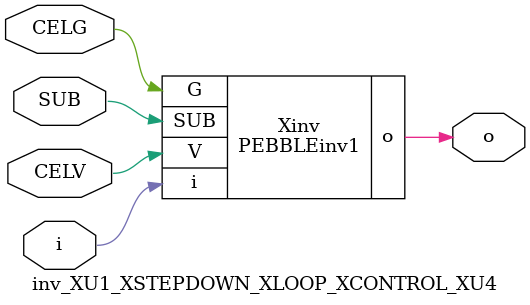
<source format=v>



module PEBBLEinv1 ( o, G, SUB, V, i );

  input V;
  input i;
  input G;
  output o;
  input SUB;
endmodule

//Celera Confidential Do Not Copy inv_XU1_XSTEPDOWN_XLOOP_XCONTROL_XU4
//Celera Confidential Symbol Generator
//5V Inverter
module inv_XU1_XSTEPDOWN_XLOOP_XCONTROL_XU4 (CELV,CELG,i,o,SUB);
input CELV;
input CELG;
input i;
input SUB;
output o;

//Celera Confidential Do Not Copy inv
PEBBLEinv1 Xinv(
.V (CELV),
.i (i),
.o (o),
.SUB (SUB),
.G (CELG)
);
//,diesize,PEBBLEinv1

//Celera Confidential Do Not Copy Module End
//Celera Schematic Generator
endmodule

</source>
